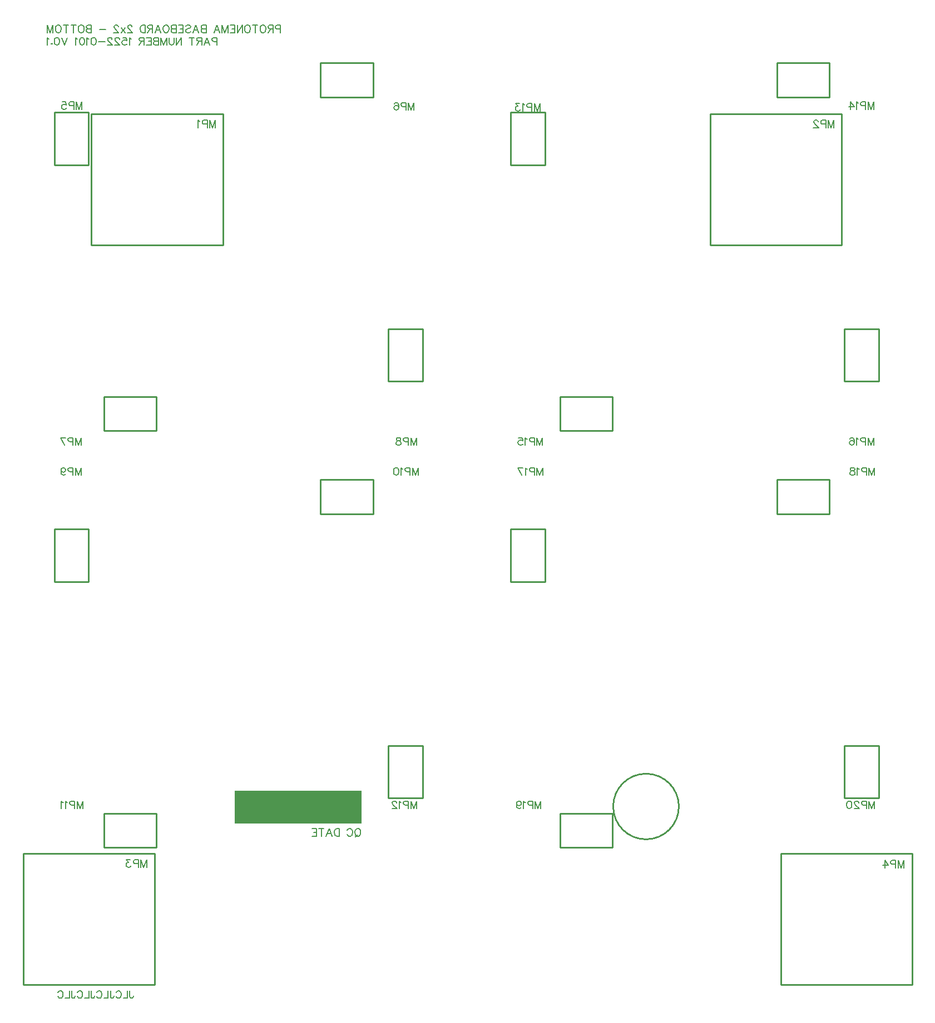
<source format=gbo>
G04 Layer: BottomSilkscreenLayer*
G04 EasyEDA v6.5.38, 2023-12-25 01:26:23*
G04 f1b6b75ab3be4e5890bb728668c82796,5a6b42c53f6a479593ecc07194224c93,10*
G04 Gerber Generator version 0.2*
G04 Scale: 100 percent, Rotated: No, Reflected: No *
G04 Dimensions in millimeters *
G04 leading zeros omitted , absolute positions ,4 integer and 5 decimal *
%FSLAX45Y45*%
%MOMM*%

%ADD10C,0.2032*%
%ADD11C,0.1524*%
%ADD12C,0.1520*%
%ADD13C,0.2540*%

%LPD*%
D10*
X8102600Y8782489D02*
G01*
X8102600Y8667945D01*
X8102600Y8782489D02*
G01*
X8058962Y8667945D01*
X8015328Y8782489D02*
G01*
X8058962Y8667945D01*
X8015328Y8782489D02*
G01*
X8015328Y8667945D01*
X7979328Y8782489D02*
G01*
X7979328Y8667945D01*
X7979328Y8782489D02*
G01*
X7930235Y8782489D01*
X7913872Y8777036D01*
X7908419Y8771582D01*
X7902963Y8760673D01*
X7902963Y8744308D01*
X7908419Y8733399D01*
X7913872Y8727945D01*
X7930235Y8722489D01*
X7979328Y8722489D01*
X7790600Y8782489D02*
G01*
X7845145Y8667945D01*
X7866964Y8782489D02*
G01*
X7790600Y8782489D01*
X13208000Y8782489D02*
G01*
X13208000Y8667945D01*
X13208000Y8782489D02*
G01*
X13164362Y8667945D01*
X13120728Y8782489D02*
G01*
X13164362Y8667945D01*
X13120728Y8782489D02*
G01*
X13120728Y8667945D01*
X13084728Y8782489D02*
G01*
X13084728Y8667945D01*
X13084728Y8782489D02*
G01*
X13035635Y8782489D01*
X13019272Y8777036D01*
X13013819Y8771582D01*
X13008363Y8760673D01*
X13008363Y8744308D01*
X13013819Y8733399D01*
X13019272Y8727945D01*
X13035635Y8722489D01*
X13084728Y8722489D01*
X12945092Y8782489D02*
G01*
X12961454Y8777036D01*
X12966910Y8766126D01*
X12966910Y8755217D01*
X12961454Y8744308D01*
X12950545Y8738854D01*
X12928727Y8733399D01*
X12912364Y8727945D01*
X12901455Y8717036D01*
X12896000Y8706126D01*
X12896000Y8689764D01*
X12901455Y8678854D01*
X12906910Y8673399D01*
X12923273Y8667945D01*
X12945092Y8667945D01*
X12961454Y8673399D01*
X12966910Y8678854D01*
X12972364Y8689764D01*
X12972364Y8706126D01*
X12966910Y8717036D01*
X12956000Y8727945D01*
X12939636Y8733399D01*
X12917817Y8738854D01*
X12906910Y8744308D01*
X12901455Y8755217D01*
X12901455Y8766126D01*
X12906910Y8777036D01*
X12923273Y8782489D01*
X12945092Y8782489D01*
X8102600Y8325289D02*
G01*
X8102600Y8210745D01*
X8102600Y8325289D02*
G01*
X8058962Y8210745D01*
X8015328Y8325289D02*
G01*
X8058962Y8210745D01*
X8015328Y8325289D02*
G01*
X8015328Y8210745D01*
X7979328Y8325289D02*
G01*
X7979328Y8210745D01*
X7979328Y8325289D02*
G01*
X7930235Y8325289D01*
X7913872Y8319836D01*
X7908419Y8314382D01*
X7902963Y8303473D01*
X7902963Y8287108D01*
X7908419Y8276198D01*
X7913872Y8270745D01*
X7930235Y8265289D01*
X7979328Y8265289D01*
X7796055Y8287108D02*
G01*
X7801510Y8270745D01*
X7812417Y8259836D01*
X7828782Y8254382D01*
X7834236Y8254382D01*
X7850601Y8259836D01*
X7861510Y8270745D01*
X7866964Y8287108D01*
X7866964Y8292564D01*
X7861510Y8308926D01*
X7850601Y8319836D01*
X7834236Y8325289D01*
X7828782Y8325289D01*
X7812417Y8319836D01*
X7801510Y8308926D01*
X7796055Y8287108D01*
X7796055Y8259836D01*
X7801510Y8232564D01*
X7812417Y8216198D01*
X7828782Y8210745D01*
X7839692Y8210745D01*
X7856054Y8216198D01*
X7861510Y8227108D01*
X13233400Y8325289D02*
G01*
X13233400Y8210745D01*
X13233400Y8325289D02*
G01*
X13189762Y8210745D01*
X13146128Y8325289D02*
G01*
X13189762Y8210745D01*
X13146128Y8325289D02*
G01*
X13146128Y8210745D01*
X13110128Y8325289D02*
G01*
X13110128Y8210745D01*
X13110128Y8325289D02*
G01*
X13061035Y8325289D01*
X13044672Y8319836D01*
X13039219Y8314382D01*
X13033763Y8303473D01*
X13033763Y8287108D01*
X13039219Y8276199D01*
X13044672Y8270745D01*
X13061035Y8265289D01*
X13110128Y8265289D01*
X12997764Y8303473D02*
G01*
X12986854Y8308926D01*
X12970492Y8325289D01*
X12970492Y8210745D01*
X12901764Y8325289D02*
G01*
X12918127Y8319836D01*
X12929036Y8303473D01*
X12934490Y8276199D01*
X12934490Y8259836D01*
X12929036Y8232564D01*
X12918127Y8216199D01*
X12901764Y8210745D01*
X12890855Y8210745D01*
X12874490Y8216199D01*
X12863583Y8232564D01*
X12858127Y8259836D01*
X12858127Y8276199D01*
X12863583Y8303473D01*
X12874490Y8319836D01*
X12890855Y8325289D01*
X12901764Y8325289D01*
X8128000Y3245289D02*
G01*
X8128000Y3130745D01*
X8128000Y3245289D02*
G01*
X8084362Y3130745D01*
X8040728Y3245289D02*
G01*
X8084362Y3130745D01*
X8040728Y3245289D02*
G01*
X8040728Y3130745D01*
X8004728Y3245289D02*
G01*
X8004728Y3130745D01*
X8004728Y3245289D02*
G01*
X7955635Y3245289D01*
X7939272Y3239836D01*
X7933819Y3234382D01*
X7928363Y3223473D01*
X7928363Y3207108D01*
X7933819Y3196198D01*
X7939272Y3190745D01*
X7955635Y3185289D01*
X8004728Y3185289D01*
X7892364Y3223473D02*
G01*
X7881454Y3228926D01*
X7865092Y3245289D01*
X7865092Y3130745D01*
X7829090Y3223473D02*
G01*
X7818183Y3228926D01*
X7801818Y3245289D01*
X7801818Y3130745D01*
X15125700Y8782489D02*
G01*
X15125700Y8667945D01*
X15125700Y8782489D02*
G01*
X15082062Y8667945D01*
X15038428Y8782489D02*
G01*
X15082062Y8667945D01*
X15038428Y8782489D02*
G01*
X15038428Y8667945D01*
X15002428Y8782489D02*
G01*
X15002428Y8667945D01*
X15002428Y8782489D02*
G01*
X14953335Y8782489D01*
X14936972Y8777036D01*
X14931519Y8771582D01*
X14926063Y8760673D01*
X14926063Y8744308D01*
X14931519Y8733399D01*
X14936972Y8727945D01*
X14953335Y8722489D01*
X15002428Y8722489D01*
X14890064Y8760673D02*
G01*
X14879154Y8766126D01*
X14862792Y8782489D01*
X14862792Y8667945D01*
X14761336Y8782489D02*
G01*
X14815883Y8782489D01*
X14821336Y8733399D01*
X14815883Y8738854D01*
X14799518Y8744308D01*
X14783155Y8744308D01*
X14766790Y8738854D01*
X14755883Y8727945D01*
X14750427Y8711582D01*
X14750427Y8700673D01*
X14755883Y8684308D01*
X14766790Y8673399D01*
X14783155Y8667945D01*
X14799518Y8667945D01*
X14815883Y8673399D01*
X14821336Y8678854D01*
X14826790Y8689764D01*
X20167600Y8782489D02*
G01*
X20167600Y8667945D01*
X20167600Y8782489D02*
G01*
X20123962Y8667945D01*
X20080328Y8782489D02*
G01*
X20123962Y8667945D01*
X20080328Y8782489D02*
G01*
X20080328Y8667945D01*
X20044328Y8782489D02*
G01*
X20044328Y8667945D01*
X20044328Y8782489D02*
G01*
X19995235Y8782489D01*
X19978872Y8777036D01*
X19973419Y8771582D01*
X19967963Y8760673D01*
X19967963Y8744308D01*
X19973419Y8733398D01*
X19978872Y8727945D01*
X19995235Y8722489D01*
X20044328Y8722489D01*
X19931964Y8760673D02*
G01*
X19921054Y8766126D01*
X19904692Y8782489D01*
X19904692Y8667945D01*
X19803236Y8766126D02*
G01*
X19808690Y8777036D01*
X19825055Y8782489D01*
X19835964Y8782489D01*
X19852327Y8777036D01*
X19863236Y8760673D01*
X19868690Y8733398D01*
X19868690Y8706126D01*
X19863236Y8684308D01*
X19852327Y8673398D01*
X19835964Y8667945D01*
X19830508Y8667945D01*
X19814146Y8673398D01*
X19803236Y8684308D01*
X19797783Y8700673D01*
X19797783Y8706126D01*
X19803236Y8722489D01*
X19814146Y8733398D01*
X19830508Y8738854D01*
X19835964Y8738854D01*
X19852327Y8733398D01*
X19863236Y8722489D01*
X19868690Y8706126D01*
X15126995Y8325289D02*
G01*
X15126995Y8210745D01*
X15126995Y8325289D02*
G01*
X15083358Y8210745D01*
X15039723Y8325289D02*
G01*
X15083358Y8210745D01*
X15039723Y8325289D02*
G01*
X15039723Y8210745D01*
X15003724Y8325289D02*
G01*
X15003724Y8210745D01*
X15003724Y8325289D02*
G01*
X14954631Y8325289D01*
X14938268Y8319836D01*
X14932814Y8314382D01*
X14927359Y8303473D01*
X14927359Y8287108D01*
X14932814Y8276199D01*
X14938268Y8270745D01*
X14954631Y8265289D01*
X15003724Y8265289D01*
X14891359Y8303473D02*
G01*
X14880450Y8308926D01*
X14864087Y8325289D01*
X14864087Y8210745D01*
X14751723Y8325289D02*
G01*
X14806269Y8210745D01*
X14828085Y8325289D02*
G01*
X14751723Y8325289D01*
X20180300Y8325289D02*
G01*
X20180300Y8210745D01*
X20180300Y8325289D02*
G01*
X20136662Y8210745D01*
X20093028Y8325289D02*
G01*
X20136662Y8210745D01*
X20093028Y8325289D02*
G01*
X20093028Y8210745D01*
X20057028Y8325289D02*
G01*
X20057028Y8210745D01*
X20057028Y8325289D02*
G01*
X20007935Y8325289D01*
X19991572Y8319836D01*
X19986119Y8314382D01*
X19980663Y8303473D01*
X19980663Y8287108D01*
X19986119Y8276198D01*
X19991572Y8270745D01*
X20007935Y8265289D01*
X20057028Y8265289D01*
X19944664Y8303473D02*
G01*
X19933754Y8308926D01*
X19917392Y8325289D01*
X19917392Y8210745D01*
X19854118Y8325289D02*
G01*
X19870483Y8319836D01*
X19875936Y8308926D01*
X19875936Y8298017D01*
X19870483Y8287108D01*
X19859574Y8281654D01*
X19837755Y8276198D01*
X19821390Y8270745D01*
X19810483Y8259836D01*
X19805027Y8248926D01*
X19805027Y8232564D01*
X19810483Y8221654D01*
X19815936Y8216198D01*
X19832299Y8210745D01*
X19854118Y8210745D01*
X19870483Y8216198D01*
X19875936Y8221654D01*
X19881390Y8232564D01*
X19881390Y8248926D01*
X19875936Y8259836D01*
X19865027Y8270745D01*
X19848664Y8276198D01*
X19826846Y8281654D01*
X19815936Y8287108D01*
X19810483Y8298017D01*
X19810483Y8308926D01*
X19815936Y8319836D01*
X19832299Y8325289D01*
X19854118Y8325289D01*
X15100300Y3245289D02*
G01*
X15100300Y3130745D01*
X15100300Y3245289D02*
G01*
X15056662Y3130745D01*
X15013028Y3245289D02*
G01*
X15056662Y3130745D01*
X15013028Y3245289D02*
G01*
X15013028Y3130745D01*
X14977028Y3245289D02*
G01*
X14977028Y3130745D01*
X14977028Y3245289D02*
G01*
X14927935Y3245289D01*
X14911572Y3239836D01*
X14906119Y3234382D01*
X14900663Y3223473D01*
X14900663Y3207108D01*
X14906119Y3196198D01*
X14911572Y3190745D01*
X14927935Y3185289D01*
X14977028Y3185289D01*
X14864664Y3223473D02*
G01*
X14853754Y3228926D01*
X14837392Y3245289D01*
X14837392Y3130745D01*
X14730483Y3207108D02*
G01*
X14735936Y3190745D01*
X14746846Y3179836D01*
X14763208Y3174382D01*
X14768664Y3174382D01*
X14785027Y3179836D01*
X14795936Y3190745D01*
X14801390Y3207108D01*
X14801390Y3212564D01*
X14795936Y3228926D01*
X14785027Y3239836D01*
X14768664Y3245289D01*
X14763208Y3245289D01*
X14746846Y3239836D01*
X14735936Y3228926D01*
X14730483Y3207108D01*
X14730483Y3179836D01*
X14735936Y3152564D01*
X14746846Y3136198D01*
X14763208Y3130745D01*
X14774118Y3130745D01*
X14790483Y3136198D01*
X14795936Y3147108D01*
X20180300Y3245289D02*
G01*
X20180300Y3130745D01*
X20180300Y3245289D02*
G01*
X20136662Y3130745D01*
X20093028Y3245289D02*
G01*
X20136662Y3130745D01*
X20093028Y3245289D02*
G01*
X20093028Y3130745D01*
X20057028Y3245289D02*
G01*
X20057028Y3130745D01*
X20057028Y3245289D02*
G01*
X20007935Y3245289D01*
X19991572Y3239836D01*
X19986119Y3234382D01*
X19980663Y3223473D01*
X19980663Y3207108D01*
X19986119Y3196199D01*
X19991572Y3190745D01*
X20007935Y3185289D01*
X20057028Y3185289D01*
X19939210Y3218017D02*
G01*
X19939210Y3223473D01*
X19933754Y3234382D01*
X19928300Y3239836D01*
X19917392Y3245289D01*
X19895573Y3245289D01*
X19884664Y3239836D01*
X19879210Y3234382D01*
X19873755Y3223473D01*
X19873755Y3212564D01*
X19879210Y3201654D01*
X19890117Y3185289D01*
X19944664Y3130745D01*
X19868300Y3130745D01*
X19799574Y3245289D02*
G01*
X19815936Y3239836D01*
X19826846Y3223473D01*
X19832300Y3196199D01*
X19832300Y3179836D01*
X19826846Y3152564D01*
X19815936Y3136199D01*
X19799574Y3130745D01*
X19788665Y3130745D01*
X19772299Y3136199D01*
X19761390Y3152564D01*
X19755937Y3179836D01*
X19755937Y3196199D01*
X19761390Y3223473D01*
X19772299Y3239836D01*
X19788665Y3245289D01*
X19799574Y3245289D01*
X13208000Y3245289D02*
G01*
X13208000Y3130745D01*
X13208000Y3245289D02*
G01*
X13164362Y3130745D01*
X13120728Y3245289D02*
G01*
X13164362Y3130745D01*
X13120728Y3245289D02*
G01*
X13120728Y3130745D01*
X13084728Y3245289D02*
G01*
X13084728Y3130745D01*
X13084728Y3245289D02*
G01*
X13035635Y3245289D01*
X13019272Y3239836D01*
X13013819Y3234382D01*
X13008363Y3223473D01*
X13008363Y3207108D01*
X13013819Y3196199D01*
X13019272Y3190745D01*
X13035635Y3185289D01*
X13084728Y3185289D01*
X12972364Y3223473D02*
G01*
X12961454Y3228926D01*
X12945092Y3245289D01*
X12945092Y3130745D01*
X12903636Y3218017D02*
G01*
X12903636Y3223473D01*
X12898183Y3234382D01*
X12892727Y3239836D01*
X12881818Y3245289D01*
X12860000Y3245289D01*
X12849090Y3239836D01*
X12843636Y3234382D01*
X12838183Y3223473D01*
X12838183Y3212564D01*
X12843636Y3201654D01*
X12854546Y3185289D01*
X12909090Y3130745D01*
X12832727Y3130745D01*
D11*
X12324372Y2826189D02*
G01*
X12335281Y2820736D01*
X12346190Y2809826D01*
X12351646Y2798917D01*
X12357100Y2782554D01*
X12357100Y2755282D01*
X12351646Y2738917D01*
X12346190Y2728008D01*
X12335281Y2717098D01*
X12324372Y2711645D01*
X12302553Y2711645D01*
X12291646Y2717098D01*
X12280737Y2728008D01*
X12275281Y2738917D01*
X12269828Y2755282D01*
X12269828Y2782554D01*
X12275281Y2798917D01*
X12280737Y2809826D01*
X12291646Y2820736D01*
X12302553Y2826189D01*
X12324372Y2826189D01*
X12308009Y2733464D02*
G01*
X12275281Y2700736D01*
X12152010Y2798917D02*
G01*
X12157463Y2809826D01*
X12168372Y2820736D01*
X12179282Y2826189D01*
X12201100Y2826189D01*
X12212010Y2820736D01*
X12222919Y2809826D01*
X12228372Y2798917D01*
X12233828Y2782554D01*
X12233828Y2755282D01*
X12228372Y2738917D01*
X12222919Y2728008D01*
X12212010Y2717098D01*
X12201100Y2711645D01*
X12179282Y2711645D01*
X12168372Y2717098D01*
X12157463Y2728008D01*
X12152010Y2738917D01*
X12032010Y2826189D02*
G01*
X12032010Y2711645D01*
X12032010Y2826189D02*
G01*
X11993829Y2826189D01*
X11977463Y2820736D01*
X11966554Y2809826D01*
X11961101Y2798917D01*
X11955645Y2782554D01*
X11955645Y2755282D01*
X11961101Y2738917D01*
X11966554Y2728008D01*
X11977463Y2717098D01*
X11993829Y2711645D01*
X12032010Y2711645D01*
X11876011Y2826189D02*
G01*
X11919645Y2711645D01*
X11876011Y2826189D02*
G01*
X11832374Y2711645D01*
X11903283Y2749826D02*
G01*
X11848736Y2749826D01*
X11758190Y2826189D02*
G01*
X11758190Y2711645D01*
X11796374Y2826189D02*
G01*
X11720009Y2826189D01*
X11684010Y2826189D02*
G01*
X11684010Y2711645D01*
X11684010Y2826189D02*
G01*
X11613100Y2826189D01*
X11684010Y2771645D02*
G01*
X11640372Y2771645D01*
X11684010Y2711645D02*
G01*
X11613100Y2711645D01*
D10*
X9098102Y2351184D02*
G01*
X9098102Y2236640D01*
X9098102Y2351184D02*
G01*
X9054465Y2236640D01*
X9010830Y2351184D02*
G01*
X9054465Y2236640D01*
X9010830Y2351184D02*
G01*
X9010830Y2236640D01*
X8974830Y2351184D02*
G01*
X8974830Y2236640D01*
X8974830Y2351184D02*
G01*
X8925737Y2351184D01*
X8909375Y2345730D01*
X8903921Y2340277D01*
X8898465Y2329367D01*
X8898465Y2313002D01*
X8903921Y2302093D01*
X8909375Y2296640D01*
X8925737Y2291184D01*
X8974830Y2291184D01*
X8851557Y2351184D02*
G01*
X8791557Y2351184D01*
X8824285Y2307549D01*
X8807919Y2307549D01*
X8797013Y2302093D01*
X8791557Y2296640D01*
X8786103Y2280277D01*
X8786103Y2269368D01*
X8791557Y2253002D01*
X8802466Y2242093D01*
X8818829Y2236640D01*
X8835194Y2236640D01*
X8851557Y2242093D01*
X8857013Y2247549D01*
X8862466Y2258458D01*
X20624800Y2343589D02*
G01*
X20624800Y2229045D01*
X20624800Y2343589D02*
G01*
X20581162Y2229045D01*
X20537528Y2343589D02*
G01*
X20581162Y2229045D01*
X20537528Y2343589D02*
G01*
X20537528Y2229045D01*
X20501528Y2343589D02*
G01*
X20501528Y2229045D01*
X20501528Y2343589D02*
G01*
X20452435Y2343589D01*
X20436072Y2338136D01*
X20430619Y2332682D01*
X20425163Y2321773D01*
X20425163Y2305408D01*
X20430619Y2294498D01*
X20436072Y2289045D01*
X20452435Y2283589D01*
X20501528Y2283589D01*
X20334617Y2343589D02*
G01*
X20389164Y2267226D01*
X20307345Y2267226D01*
X20334617Y2343589D02*
G01*
X20334617Y2229045D01*
X20167600Y13900589D02*
G01*
X20167600Y13786045D01*
X20167600Y13900589D02*
G01*
X20123962Y13786045D01*
X20080328Y13900589D02*
G01*
X20123962Y13786045D01*
X20080328Y13900589D02*
G01*
X20080328Y13786045D01*
X20044328Y13900589D02*
G01*
X20044328Y13786045D01*
X20044328Y13900589D02*
G01*
X19995235Y13900589D01*
X19978872Y13895136D01*
X19973419Y13889682D01*
X19967963Y13878773D01*
X19967963Y13862408D01*
X19973419Y13851498D01*
X19978872Y13846045D01*
X19995235Y13840589D01*
X20044328Y13840589D01*
X19931964Y13878773D02*
G01*
X19921054Y13884226D01*
X19904692Y13900589D01*
X19904692Y13786045D01*
X19814146Y13900589D02*
G01*
X19868690Y13824226D01*
X19786874Y13824226D01*
X19814146Y13900589D02*
G01*
X19814146Y13786045D01*
X15087600Y13875189D02*
G01*
X15087600Y13760645D01*
X15087600Y13875189D02*
G01*
X15043962Y13760645D01*
X15000328Y13875189D02*
G01*
X15043962Y13760645D01*
X15000328Y13875189D02*
G01*
X15000328Y13760645D01*
X14964328Y13875189D02*
G01*
X14964328Y13760645D01*
X14964328Y13875189D02*
G01*
X14915235Y13875189D01*
X14898872Y13869736D01*
X14893419Y13864282D01*
X14887963Y13853373D01*
X14887963Y13837008D01*
X14893419Y13826098D01*
X14898872Y13820645D01*
X14915235Y13815189D01*
X14964328Y13815189D01*
X14851964Y13853373D02*
G01*
X14841054Y13858826D01*
X14824692Y13875189D01*
X14824692Y13760645D01*
X14777783Y13875189D02*
G01*
X14717783Y13875189D01*
X14750508Y13831554D01*
X14734146Y13831554D01*
X14723236Y13826098D01*
X14717783Y13820645D01*
X14712327Y13804282D01*
X14712327Y13793373D01*
X14717783Y13777008D01*
X14728690Y13766098D01*
X14745055Y13760645D01*
X14761418Y13760645D01*
X14777783Y13766098D01*
X14783236Y13771554D01*
X14788690Y13782464D01*
X13169900Y13887889D02*
G01*
X13169900Y13773345D01*
X13169900Y13887889D02*
G01*
X13126262Y13773345D01*
X13082628Y13887889D02*
G01*
X13126262Y13773345D01*
X13082628Y13887889D02*
G01*
X13082628Y13773345D01*
X13046628Y13887889D02*
G01*
X13046628Y13773345D01*
X13046628Y13887889D02*
G01*
X12997535Y13887889D01*
X12981172Y13882436D01*
X12975719Y13876982D01*
X12970263Y13866073D01*
X12970263Y13849708D01*
X12975719Y13838798D01*
X12981172Y13833345D01*
X12997535Y13827889D01*
X13046628Y13827889D01*
X12868810Y13871526D02*
G01*
X12874264Y13882436D01*
X12890627Y13887889D01*
X12901536Y13887889D01*
X12917901Y13882436D01*
X12928810Y13866073D01*
X12934264Y13838798D01*
X12934264Y13811526D01*
X12928810Y13789708D01*
X12917901Y13778798D01*
X12901536Y13773345D01*
X12896082Y13773345D01*
X12879717Y13778798D01*
X12868810Y13789708D01*
X12863355Y13806073D01*
X12863355Y13811526D01*
X12868810Y13827889D01*
X12879717Y13838798D01*
X12896082Y13844254D01*
X12901536Y13844254D01*
X12917901Y13838798D01*
X12928810Y13827889D01*
X12934264Y13811526D01*
X8115300Y13900589D02*
G01*
X8115300Y13786045D01*
X8115300Y13900589D02*
G01*
X8071662Y13786045D01*
X8028028Y13900589D02*
G01*
X8071662Y13786045D01*
X8028028Y13900589D02*
G01*
X8028028Y13786045D01*
X7992028Y13900589D02*
G01*
X7992028Y13786045D01*
X7992028Y13900589D02*
G01*
X7942935Y13900589D01*
X7926572Y13895136D01*
X7921119Y13889682D01*
X7915663Y13878773D01*
X7915663Y13862408D01*
X7921119Y13851498D01*
X7926572Y13846045D01*
X7942935Y13840589D01*
X7992028Y13840589D01*
X7814210Y13900589D02*
G01*
X7868754Y13900589D01*
X7874210Y13851498D01*
X7868754Y13856954D01*
X7852392Y13862408D01*
X7836027Y13862408D01*
X7819664Y13856954D01*
X7808755Y13846045D01*
X7803301Y13829682D01*
X7803301Y13818773D01*
X7808755Y13802408D01*
X7819664Y13791498D01*
X7836027Y13786045D01*
X7852392Y13786045D01*
X7868754Y13791498D01*
X7874210Y13796954D01*
X7879664Y13807864D01*
X10172700Y14878489D02*
G01*
X10172700Y14763945D01*
X10172700Y14878489D02*
G01*
X10123609Y14878489D01*
X10107246Y14873036D01*
X10101790Y14867582D01*
X10096337Y14856673D01*
X10096337Y14840308D01*
X10101790Y14829399D01*
X10107246Y14823945D01*
X10123609Y14818489D01*
X10172700Y14818489D01*
X10016700Y14878489D02*
G01*
X10060335Y14763945D01*
X10016700Y14878489D02*
G01*
X9973063Y14763945D01*
X10043972Y14802126D02*
G01*
X9989428Y14802126D01*
X9937064Y14878489D02*
G01*
X9937064Y14763945D01*
X9937064Y14878489D02*
G01*
X9887973Y14878489D01*
X9871610Y14873036D01*
X9866155Y14867582D01*
X9860700Y14856673D01*
X9860700Y14845764D01*
X9866155Y14834854D01*
X9871610Y14829399D01*
X9887973Y14823945D01*
X9937064Y14823945D01*
X9898882Y14823945D02*
G01*
X9860700Y14763945D01*
X9786518Y14878489D02*
G01*
X9786518Y14763945D01*
X9824700Y14878489D02*
G01*
X9748337Y14878489D01*
X9628337Y14878489D02*
G01*
X9628337Y14763945D01*
X9628337Y14878489D02*
G01*
X9551974Y14763945D01*
X9551974Y14878489D02*
G01*
X9551974Y14763945D01*
X9515972Y14878489D02*
G01*
X9515972Y14796673D01*
X9510519Y14780308D01*
X9499610Y14769399D01*
X9483247Y14763945D01*
X9472338Y14763945D01*
X9455972Y14769399D01*
X9445066Y14780308D01*
X9439610Y14796673D01*
X9439610Y14878489D01*
X9403610Y14878489D02*
G01*
X9403610Y14763945D01*
X9403610Y14878489D02*
G01*
X9359973Y14763945D01*
X9316338Y14878489D02*
G01*
X9359973Y14763945D01*
X9316338Y14878489D02*
G01*
X9316338Y14763945D01*
X9280337Y14878489D02*
G01*
X9280337Y14763945D01*
X9280337Y14878489D02*
G01*
X9231246Y14878489D01*
X9214883Y14873036D01*
X9209430Y14867582D01*
X9203974Y14856673D01*
X9203974Y14845764D01*
X9209430Y14834854D01*
X9214883Y14829399D01*
X9231246Y14823945D01*
X9280337Y14823945D02*
G01*
X9231246Y14823945D01*
X9214883Y14818489D01*
X9209430Y14813036D01*
X9203974Y14802126D01*
X9203974Y14785764D01*
X9209430Y14774854D01*
X9214883Y14769399D01*
X9231246Y14763945D01*
X9280337Y14763945D01*
X9167975Y14878489D02*
G01*
X9167975Y14763945D01*
X9167975Y14878489D02*
G01*
X9097065Y14878489D01*
X9167975Y14823945D02*
G01*
X9124337Y14823945D01*
X9167975Y14763945D02*
G01*
X9097065Y14763945D01*
X9061066Y14878489D02*
G01*
X9061066Y14763945D01*
X9061066Y14878489D02*
G01*
X9011975Y14878489D01*
X8995610Y14873036D01*
X8990157Y14867582D01*
X8984701Y14856673D01*
X8984701Y14845764D01*
X8990157Y14834854D01*
X8995610Y14829399D01*
X9011975Y14823945D01*
X9061066Y14823945D01*
X9022885Y14823945D02*
G01*
X8984701Y14763945D01*
X8864701Y14856673D02*
G01*
X8853792Y14862126D01*
X8837429Y14878489D01*
X8837429Y14763945D01*
X8735974Y14878489D02*
G01*
X8790520Y14878489D01*
X8795974Y14829399D01*
X8790520Y14834854D01*
X8774158Y14840308D01*
X8757793Y14840308D01*
X8741430Y14834854D01*
X8730521Y14823945D01*
X8725067Y14807582D01*
X8725067Y14796673D01*
X8730521Y14780308D01*
X8741430Y14769399D01*
X8757793Y14763945D01*
X8774158Y14763945D01*
X8790520Y14769399D01*
X8795974Y14774854D01*
X8801430Y14785764D01*
X8683612Y14851217D02*
G01*
X8683612Y14856673D01*
X8678156Y14867582D01*
X8672702Y14873036D01*
X8661793Y14878489D01*
X8639975Y14878489D01*
X8629065Y14873036D01*
X8623612Y14867582D01*
X8618156Y14856673D01*
X8618156Y14845764D01*
X8623612Y14834854D01*
X8634521Y14818489D01*
X8689065Y14763945D01*
X8612703Y14763945D01*
X8571247Y14851217D02*
G01*
X8571247Y14856673D01*
X8565794Y14867582D01*
X8560338Y14873036D01*
X8549431Y14878489D01*
X8527613Y14878489D01*
X8516703Y14873036D01*
X8511247Y14867582D01*
X8505794Y14856673D01*
X8505794Y14845764D01*
X8511247Y14834854D01*
X8522157Y14818489D01*
X8576703Y14763945D01*
X8500338Y14763945D01*
X8464339Y14813036D02*
G01*
X8366158Y14813036D01*
X8297430Y14878489D02*
G01*
X8313793Y14873036D01*
X8324702Y14856673D01*
X8330158Y14829399D01*
X8330158Y14813036D01*
X8324702Y14785764D01*
X8313793Y14769399D01*
X8297430Y14763945D01*
X8286521Y14763945D01*
X8270158Y14769399D01*
X8259249Y14785764D01*
X8253793Y14813036D01*
X8253793Y14829399D01*
X8259249Y14856673D01*
X8270158Y14873036D01*
X8286521Y14878489D01*
X8297430Y14878489D01*
X8217794Y14856673D02*
G01*
X8206884Y14862126D01*
X8190522Y14878489D01*
X8190522Y14763945D01*
X8121794Y14878489D02*
G01*
X8138157Y14873036D01*
X8149066Y14856673D01*
X8154522Y14829399D01*
X8154522Y14813036D01*
X8149066Y14785764D01*
X8138157Y14769399D01*
X8121794Y14763945D01*
X8110885Y14763945D01*
X8094522Y14769399D01*
X8083613Y14785764D01*
X8078157Y14813036D01*
X8078157Y14829399D01*
X8083613Y14856673D01*
X8094522Y14873036D01*
X8110885Y14878489D01*
X8121794Y14878489D01*
X8042158Y14856673D02*
G01*
X8031248Y14862126D01*
X8014886Y14878489D01*
X8014886Y14763945D01*
X7894886Y14878489D02*
G01*
X7851249Y14763945D01*
X7807614Y14878489D02*
G01*
X7851249Y14763945D01*
X7738887Y14878489D02*
G01*
X7755249Y14873036D01*
X7766159Y14856673D01*
X7771615Y14829399D01*
X7771615Y14813036D01*
X7766159Y14785764D01*
X7755249Y14769399D01*
X7738887Y14763945D01*
X7727977Y14763945D01*
X7711615Y14769399D01*
X7700705Y14785764D01*
X7695250Y14813036D01*
X7695250Y14829399D01*
X7700705Y14856673D01*
X7711615Y14873036D01*
X7727977Y14878489D01*
X7738887Y14878489D01*
X7653794Y14791217D02*
G01*
X7659250Y14785764D01*
X7653794Y14780308D01*
X7648341Y14785764D01*
X7653794Y14791217D01*
X7612341Y14856673D02*
G01*
X7601432Y14862126D01*
X7585069Y14878489D01*
X7585069Y14763945D01*
X11137900Y15068989D02*
G01*
X11137900Y14954445D01*
X11137900Y15068989D02*
G01*
X11088809Y15068989D01*
X11072446Y15063536D01*
X11066990Y15058082D01*
X11061537Y15047173D01*
X11061537Y15030808D01*
X11066990Y15019898D01*
X11072446Y15014445D01*
X11088809Y15008989D01*
X11137900Y15008989D01*
X11025535Y15068989D02*
G01*
X11025535Y14954445D01*
X11025535Y15068989D02*
G01*
X10976444Y15068989D01*
X10960082Y15063536D01*
X10954628Y15058082D01*
X10949172Y15047173D01*
X10949172Y15036264D01*
X10954628Y15025354D01*
X10960082Y15019898D01*
X10976444Y15014445D01*
X11025535Y15014445D01*
X10987354Y15014445D02*
G01*
X10949172Y14954445D01*
X10880445Y15068989D02*
G01*
X10891354Y15063536D01*
X10902264Y15052626D01*
X10907717Y15041717D01*
X10913173Y15025354D01*
X10913173Y14998082D01*
X10907717Y14981717D01*
X10902264Y14970808D01*
X10891354Y14959898D01*
X10880445Y14954445D01*
X10858627Y14954445D01*
X10847717Y14959898D01*
X10836810Y14970808D01*
X10831355Y14981717D01*
X10825901Y14998082D01*
X10825901Y15025354D01*
X10831355Y15041717D01*
X10836810Y15052626D01*
X10847717Y15063536D01*
X10858627Y15068989D01*
X10880445Y15068989D01*
X10751718Y15068989D02*
G01*
X10751718Y14954445D01*
X10789899Y15068989D02*
G01*
X10713537Y15068989D01*
X10644809Y15068989D02*
G01*
X10655719Y15063536D01*
X10666628Y15052626D01*
X10672081Y15041717D01*
X10677537Y15025354D01*
X10677537Y14998082D01*
X10672081Y14981717D01*
X10666628Y14970808D01*
X10655719Y14959898D01*
X10644809Y14954445D01*
X10622991Y14954445D01*
X10612081Y14959898D01*
X10601172Y14970808D01*
X10595719Y14981717D01*
X10590265Y14998082D01*
X10590265Y15025354D01*
X10595719Y15041717D01*
X10601172Y15052626D01*
X10612081Y15063536D01*
X10622991Y15068989D01*
X10644809Y15068989D01*
X10554263Y15068989D02*
G01*
X10554263Y14954445D01*
X10554263Y15068989D02*
G01*
X10477901Y14954445D01*
X10477901Y15068989D02*
G01*
X10477901Y14954445D01*
X10441901Y15068989D02*
G01*
X10441901Y14954445D01*
X10441901Y15068989D02*
G01*
X10370992Y15068989D01*
X10441901Y15014445D02*
G01*
X10398264Y15014445D01*
X10441901Y14954445D02*
G01*
X10370992Y14954445D01*
X10334993Y15068989D02*
G01*
X10334993Y14954445D01*
X10334993Y15068989D02*
G01*
X10291356Y14954445D01*
X10247718Y15068989D02*
G01*
X10291356Y14954445D01*
X10247718Y15068989D02*
G01*
X10247718Y14954445D01*
X10168084Y15068989D02*
G01*
X10211719Y14954445D01*
X10168084Y15068989D02*
G01*
X10124447Y14954445D01*
X10195356Y14992626D02*
G01*
X10140810Y14992626D01*
X10004447Y15068989D02*
G01*
X10004447Y14954445D01*
X10004447Y15068989D02*
G01*
X9955357Y15068989D01*
X9938992Y15063536D01*
X9933538Y15058082D01*
X9928085Y15047173D01*
X9928085Y15036264D01*
X9933538Y15025354D01*
X9938992Y15019898D01*
X9955357Y15014445D01*
X10004447Y15014445D02*
G01*
X9955357Y15014445D01*
X9938992Y15008989D01*
X9933538Y15003536D01*
X9928085Y14992626D01*
X9928085Y14976264D01*
X9933538Y14965354D01*
X9938992Y14959898D01*
X9955357Y14954445D01*
X10004447Y14954445D01*
X9848448Y15068989D02*
G01*
X9892083Y14954445D01*
X9848448Y15068989D02*
G01*
X9804811Y14954445D01*
X9875720Y14992626D02*
G01*
X9821174Y14992626D01*
X9692449Y15052626D02*
G01*
X9703356Y15063536D01*
X9719721Y15068989D01*
X9741540Y15068989D01*
X9757902Y15063536D01*
X9768812Y15052626D01*
X9768812Y15041717D01*
X9763356Y15030808D01*
X9757902Y15025354D01*
X9746993Y15019898D01*
X9714265Y15008989D01*
X9703356Y15003536D01*
X9697902Y14998082D01*
X9692449Y14987173D01*
X9692449Y14970808D01*
X9703356Y14959898D01*
X9719721Y14954445D01*
X9741540Y14954445D01*
X9757902Y14959898D01*
X9768812Y14970808D01*
X9656447Y15068989D02*
G01*
X9656447Y14954445D01*
X9656447Y15068989D02*
G01*
X9585538Y15068989D01*
X9656447Y15014445D02*
G01*
X9612812Y15014445D01*
X9656447Y14954445D02*
G01*
X9585538Y14954445D01*
X9549538Y15068989D02*
G01*
X9549538Y14954445D01*
X9549538Y15068989D02*
G01*
X9500448Y15068989D01*
X9484085Y15063536D01*
X9478629Y15058082D01*
X9473176Y15047173D01*
X9473176Y15036264D01*
X9478629Y15025354D01*
X9484085Y15019898D01*
X9500448Y15014445D01*
X9549538Y15014445D02*
G01*
X9500448Y15014445D01*
X9484085Y15008989D01*
X9478629Y15003536D01*
X9473176Y14992626D01*
X9473176Y14976264D01*
X9478629Y14965354D01*
X9484085Y14959898D01*
X9500448Y14954445D01*
X9549538Y14954445D01*
X9404449Y15068989D02*
G01*
X9415358Y15063536D01*
X9426267Y15052626D01*
X9431721Y15041717D01*
X9437176Y15025354D01*
X9437176Y14998082D01*
X9431721Y14981717D01*
X9426267Y14970808D01*
X9415358Y14959898D01*
X9404449Y14954445D01*
X9382630Y14954445D01*
X9371721Y14959898D01*
X9360811Y14970808D01*
X9355358Y14981717D01*
X9349902Y14998082D01*
X9349902Y15025354D01*
X9355358Y15041717D01*
X9360811Y15052626D01*
X9371721Y15063536D01*
X9382630Y15068989D01*
X9404449Y15068989D01*
X9270268Y15068989D02*
G01*
X9313903Y14954445D01*
X9270268Y15068989D02*
G01*
X9226631Y14954445D01*
X9297540Y14992626D02*
G01*
X9242993Y14992626D01*
X9190631Y15068989D02*
G01*
X9190631Y14954445D01*
X9190631Y15068989D02*
G01*
X9141541Y15068989D01*
X9125176Y15063536D01*
X9119722Y15058082D01*
X9114266Y15047173D01*
X9114266Y15036264D01*
X9119722Y15025354D01*
X9125176Y15019898D01*
X9141541Y15014445D01*
X9190631Y15014445D01*
X9152450Y15014445D02*
G01*
X9114266Y14954445D01*
X9078267Y15068989D02*
G01*
X9078267Y14954445D01*
X9078267Y15068989D02*
G01*
X9040086Y15068989D01*
X9023723Y15063536D01*
X9012814Y15052626D01*
X9007358Y15041717D01*
X9001904Y15025354D01*
X9001904Y14998082D01*
X9007358Y14981717D01*
X9012814Y14970808D01*
X9023723Y14959898D01*
X9040086Y14954445D01*
X9078267Y14954445D01*
X8876449Y15041717D02*
G01*
X8876449Y15047173D01*
X8870995Y15058082D01*
X8865539Y15063536D01*
X8854633Y15068989D01*
X8832814Y15068989D01*
X8821905Y15063536D01*
X8816449Y15058082D01*
X8810995Y15047173D01*
X8810995Y15036264D01*
X8816449Y15025354D01*
X8827358Y15008989D01*
X8881905Y14954445D01*
X8805539Y14954445D01*
X8769540Y15030808D02*
G01*
X8709540Y14954445D01*
X8709540Y15030808D02*
G01*
X8769540Y14954445D01*
X8668087Y15041717D02*
G01*
X8668087Y15047173D01*
X8662631Y15058082D01*
X8657178Y15063536D01*
X8646269Y15068989D01*
X8624450Y15068989D01*
X8613541Y15063536D01*
X8608087Y15058082D01*
X8602632Y15047173D01*
X8602632Y15036264D01*
X8608087Y15025354D01*
X8618994Y15008989D01*
X8673541Y14954445D01*
X8597178Y14954445D01*
X8477178Y15003536D02*
G01*
X8378995Y15003536D01*
X8258995Y15068989D02*
G01*
X8258995Y14954445D01*
X8258995Y15068989D02*
G01*
X8209904Y15068989D01*
X8193542Y15063536D01*
X8188088Y15058082D01*
X8182632Y15047173D01*
X8182632Y15036264D01*
X8188088Y15025354D01*
X8193542Y15019898D01*
X8209904Y15014445D01*
X8258995Y15014445D02*
G01*
X8209904Y15014445D01*
X8193542Y15008989D01*
X8188088Y15003536D01*
X8182632Y14992626D01*
X8182632Y14976264D01*
X8188088Y14965354D01*
X8193542Y14959898D01*
X8209904Y14954445D01*
X8258995Y14954445D01*
X8113905Y15068989D02*
G01*
X8124814Y15063536D01*
X8135724Y15052626D01*
X8141177Y15041717D01*
X8146633Y15025354D01*
X8146633Y14998082D01*
X8141177Y14981717D01*
X8135724Y14970808D01*
X8124814Y14959898D01*
X8113905Y14954445D01*
X8092086Y14954445D01*
X8081177Y14959898D01*
X8070270Y14970808D01*
X8064814Y14981717D01*
X8059361Y14998082D01*
X8059361Y15025354D01*
X8064814Y15041717D01*
X8070270Y15052626D01*
X8081177Y15063536D01*
X8092086Y15068989D01*
X8113905Y15068989D01*
X7985178Y15068989D02*
G01*
X7985178Y14954445D01*
X8023359Y15068989D02*
G01*
X7946997Y15068989D01*
X7872816Y15068989D02*
G01*
X7872816Y14954445D01*
X7910997Y15068989D02*
G01*
X7834635Y15068989D01*
X7765907Y15068989D02*
G01*
X7776817Y15063536D01*
X7787723Y15052626D01*
X7793179Y15041717D01*
X7798633Y15025354D01*
X7798633Y14998082D01*
X7793179Y14981717D01*
X7787723Y14970808D01*
X7776817Y14959898D01*
X7765907Y14954445D01*
X7744089Y14954445D01*
X7733179Y14959898D01*
X7722270Y14970808D01*
X7716817Y14981717D01*
X7711361Y14998082D01*
X7711361Y15025354D01*
X7716817Y15041717D01*
X7722270Y15052626D01*
X7733179Y15063536D01*
X7744089Y15068989D01*
X7765907Y15068989D01*
X7675361Y15068989D02*
G01*
X7675361Y14954445D01*
X7675361Y15068989D02*
G01*
X7631724Y14954445D01*
X7588089Y15068989D02*
G01*
X7631724Y14954445D01*
X7588089Y15068989D02*
G01*
X7588089Y14954445D01*
X10144099Y13620788D02*
G01*
X10144099Y13506244D01*
X10144099Y13620788D02*
G01*
X10100462Y13506244D01*
X10056827Y13620788D02*
G01*
X10100462Y13506244D01*
X10056827Y13620788D02*
G01*
X10056827Y13506244D01*
X10020828Y13620788D02*
G01*
X10020828Y13506244D01*
X10020828Y13620788D02*
G01*
X9971735Y13620788D01*
X9955372Y13615334D01*
X9949919Y13609881D01*
X9944463Y13598972D01*
X9944463Y13582606D01*
X9949919Y13571697D01*
X9955372Y13566244D01*
X9971735Y13560788D01*
X10020828Y13560788D01*
X9908463Y13598972D02*
G01*
X9897554Y13604425D01*
X9881191Y13620788D01*
X9881191Y13506244D01*
X19561200Y13620788D02*
G01*
X19561200Y13506244D01*
X19561200Y13620788D02*
G01*
X19517563Y13506244D01*
X19473928Y13620788D02*
G01*
X19517563Y13506244D01*
X19473928Y13620788D02*
G01*
X19473928Y13506244D01*
X19437929Y13620788D02*
G01*
X19437929Y13506244D01*
X19437929Y13620788D02*
G01*
X19388836Y13620788D01*
X19372473Y13615334D01*
X19367019Y13609881D01*
X19361564Y13598972D01*
X19361564Y13582606D01*
X19367019Y13571697D01*
X19372473Y13566244D01*
X19388836Y13560788D01*
X19437929Y13560788D01*
X19320111Y13593516D02*
G01*
X19320111Y13598972D01*
X19314655Y13609881D01*
X19309201Y13615334D01*
X19298292Y13620788D01*
X19276474Y13620788D01*
X19265564Y13615334D01*
X19260111Y13609881D01*
X19254655Y13598972D01*
X19254655Y13588062D01*
X19260111Y13577153D01*
X19271018Y13560788D01*
X19325564Y13506244D01*
X19249202Y13506244D01*
D12*
X8842941Y351536D02*
G01*
X8842941Y268409D01*
X8848138Y252821D01*
X8853332Y247627D01*
X8863723Y242432D01*
X8874114Y242432D01*
X8884505Y247627D01*
X8889702Y252821D01*
X8894897Y268409D01*
X8894897Y278800D01*
X8808651Y351536D02*
G01*
X8808651Y242432D01*
X8808651Y242432D02*
G01*
X8746307Y242432D01*
X8634084Y325559D02*
G01*
X8639281Y335950D01*
X8649672Y346341D01*
X8660061Y351536D01*
X8680843Y351536D01*
X8691234Y346341D01*
X8701625Y335950D01*
X8706822Y325559D01*
X8712017Y309971D01*
X8712017Y283994D01*
X8706822Y268409D01*
X8701625Y258018D01*
X8691234Y247627D01*
X8680843Y242432D01*
X8660061Y242432D01*
X8649672Y247627D01*
X8639281Y258018D01*
X8634084Y268409D01*
X8547841Y351536D02*
G01*
X8547841Y268409D01*
X8553035Y252821D01*
X8558232Y247627D01*
X8568621Y242432D01*
X8579012Y242432D01*
X8589403Y247627D01*
X8594600Y252821D01*
X8599794Y268409D01*
X8599794Y278800D01*
X8513551Y351536D02*
G01*
X8513551Y242432D01*
X8513551Y242432D02*
G01*
X8451204Y242432D01*
X8338982Y325559D02*
G01*
X8344179Y335950D01*
X8354570Y346341D01*
X8364961Y351536D01*
X8385741Y351536D01*
X8396132Y346341D01*
X8406523Y335950D01*
X8411720Y325559D01*
X8416914Y309971D01*
X8416914Y283994D01*
X8411720Y268409D01*
X8406523Y258018D01*
X8396132Y247627D01*
X8385741Y242432D01*
X8364961Y242432D01*
X8354570Y247627D01*
X8344179Y258018D01*
X8338982Y268409D01*
X8252739Y351536D02*
G01*
X8252739Y268409D01*
X8257933Y252821D01*
X8263130Y247627D01*
X8273521Y242432D01*
X8283912Y242432D01*
X8294301Y247627D01*
X8299498Y252821D01*
X8304692Y268409D01*
X8304692Y278800D01*
X8218449Y351536D02*
G01*
X8218449Y242432D01*
X8218449Y242432D02*
G01*
X8156102Y242432D01*
X8043882Y325559D02*
G01*
X8049077Y335950D01*
X8059468Y346341D01*
X8069859Y351536D01*
X8090641Y351536D01*
X8101032Y346341D01*
X8111421Y335950D01*
X8116618Y325559D01*
X8121812Y309971D01*
X8121812Y283994D01*
X8116618Y268409D01*
X8111421Y258018D01*
X8101032Y247627D01*
X8090641Y242432D01*
X8069859Y242432D01*
X8059468Y247627D01*
X8049077Y258018D01*
X8043882Y268409D01*
X7957637Y351536D02*
G01*
X7957637Y268409D01*
X7962831Y252821D01*
X7968028Y247627D01*
X7978419Y242432D01*
X7988810Y242432D01*
X7999201Y247627D01*
X8004395Y252821D01*
X8009592Y268409D01*
X8009592Y278800D01*
X7923347Y351536D02*
G01*
X7923347Y242432D01*
X7923347Y242432D02*
G01*
X7861002Y242432D01*
X7748780Y325559D02*
G01*
X7753974Y335950D01*
X7764365Y346341D01*
X7774757Y351536D01*
X7795539Y351536D01*
X7805930Y346341D01*
X7816321Y335950D01*
X7821515Y325559D01*
X7826712Y309971D01*
X7826712Y283994D01*
X7821515Y268409D01*
X7816321Y258018D01*
X7805930Y247627D01*
X7795539Y242432D01*
X7774757Y242432D01*
X7764365Y247627D01*
X7753974Y258018D01*
X7748780Y268409D01*
D13*
G75*
G01
X17200499Y3162300D02*
G03X17200499Y3162300I-499999J0D01*
G36*
X10436225Y3399586D02*
G01*
X12372975Y3399586D01*
X12372975Y2899587D01*
X10436225Y2899587D01*
G37*
X18750102Y2446096D02*
G01*
X20750098Y2446096D01*
X20750098Y446100D01*
X18750102Y446100D01*
X18750102Y2446096D01*
X7218502Y2446096D02*
G01*
X9218498Y2446096D01*
X9218498Y446100D01*
X7218502Y446100D01*
X7218502Y2446096D01*
X11747500Y14490700D02*
G01*
X12547600Y14490700D01*
X12547600Y13970000D01*
X11747500Y13970000D01*
X11747500Y14490700D01*
X8258505Y13719149D02*
G01*
X10258501Y13719149D01*
X10258501Y11719153D01*
X8258505Y11719153D01*
X8258505Y13719149D01*
X17675606Y13719149D02*
G01*
X19675602Y13719149D01*
X19675602Y11719153D01*
X17675606Y11719153D01*
X17675606Y13719149D01*
X7696403Y13738707D02*
G01*
X8217103Y13738707D01*
X8217103Y12938607D01*
X7696403Y12938607D01*
X7696403Y13738707D01*
X8448395Y9408210D02*
G01*
X9248495Y9408210D01*
X9248495Y8887510D01*
X8448395Y8887510D01*
X8448395Y9408210D01*
X12778892Y10439603D02*
G01*
X13299592Y10439603D01*
X13299592Y9639503D01*
X12778892Y9639503D01*
X12778892Y10439603D01*
X11747500Y8140700D02*
G01*
X12547600Y8140700D01*
X12547600Y7620000D01*
X11747500Y7620000D01*
X11747500Y8140700D01*
X7696403Y7388707D02*
G01*
X8217103Y7388707D01*
X8217103Y6588607D01*
X7696403Y6588607D01*
X7696403Y7388707D01*
X8448395Y3058210D02*
G01*
X9248495Y3058210D01*
X9248495Y2537510D01*
X8448395Y2537510D01*
X8448395Y3058210D01*
X12778892Y4089603D02*
G01*
X13299592Y4089603D01*
X13299592Y3289503D01*
X12778892Y3289503D01*
X12778892Y4089603D01*
X18691555Y14490700D02*
G01*
X19491655Y14490700D01*
X19491655Y13970000D01*
X18691555Y13970000D01*
X18691555Y14490700D01*
X14640509Y13738707D02*
G01*
X15161209Y13738707D01*
X15161209Y12938607D01*
X14640509Y12938607D01*
X14640509Y13738707D01*
X15392501Y9408210D02*
G01*
X16192601Y9408210D01*
X16192601Y8887510D01*
X15392501Y8887510D01*
X15392501Y9408210D01*
X19722998Y10439603D02*
G01*
X20243698Y10439603D01*
X20243698Y9639503D01*
X19722998Y9639503D01*
X19722998Y10439603D01*
X18691606Y8140700D02*
G01*
X19491706Y8140700D01*
X19491706Y7620000D01*
X18691606Y7620000D01*
X18691606Y8140700D01*
X14640509Y7388707D02*
G01*
X15161209Y7388707D01*
X15161209Y6588607D01*
X14640509Y6588607D01*
X14640509Y7388707D01*
X15392501Y3058210D02*
G01*
X16192601Y3058210D01*
X16192601Y2537510D01*
X15392501Y2537510D01*
X15392501Y3058210D01*
X19722998Y4089603D02*
G01*
X20243698Y4089603D01*
X20243698Y3289503D01*
X19722998Y3289503D01*
X19722998Y4089603D01*
M02*

</source>
